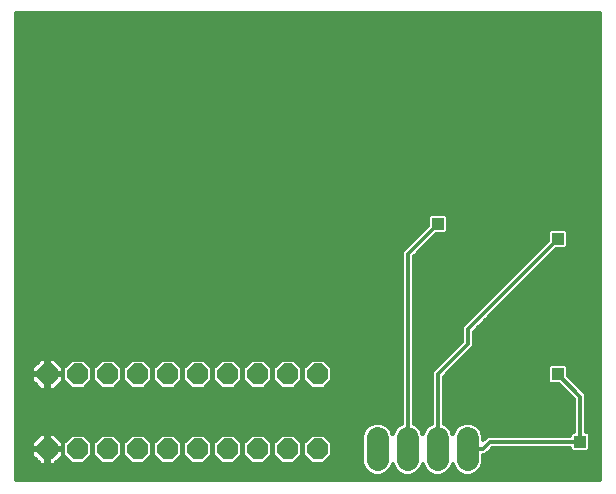
<source format=gbl>
G75*
%MOIN*%
%OFA0B0*%
%FSLAX24Y24*%
%IPPOS*%
%LPD*%
%AMOC8*
5,1,8,0,0,1.08239X$1,22.5*
%
%ADD10C,0.0740*%
%ADD11OC8,0.0700*%
%ADD12C,0.0120*%
%ADD13R,0.0396X0.0396*%
D10*
X013660Y003290D02*
X013660Y004030D01*
X014660Y004030D02*
X014660Y003290D01*
X015660Y003290D02*
X015660Y004030D01*
X016660Y004030D02*
X016660Y003290D01*
D11*
X011660Y003660D03*
X010660Y003660D03*
X009660Y003660D03*
X008660Y003660D03*
X007660Y003660D03*
X006660Y003660D03*
X005660Y003660D03*
X004660Y003660D03*
X003660Y003660D03*
X002660Y003660D03*
X002660Y006160D03*
X003660Y006160D03*
X004660Y006160D03*
X005660Y006160D03*
X006660Y006160D03*
X007660Y006160D03*
X008660Y006160D03*
X009660Y006160D03*
X010660Y006160D03*
X011660Y006160D03*
D12*
X001620Y002620D02*
X001620Y018196D01*
X021070Y018196D01*
X021070Y002620D01*
X001620Y002620D01*
X001620Y002634D02*
X021070Y002634D01*
X021070Y002753D02*
X001620Y002753D01*
X001620Y002871D02*
X013358Y002871D01*
X013371Y002858D02*
X013559Y002780D01*
X013761Y002780D01*
X013949Y002858D01*
X014092Y003001D01*
X014160Y003164D01*
X014228Y003001D01*
X014371Y002858D01*
X014559Y002780D01*
X014761Y002780D01*
X014949Y002858D01*
X015092Y003001D01*
X015160Y003164D01*
X015228Y003001D01*
X015371Y002858D01*
X015559Y002780D01*
X015761Y002780D01*
X015949Y002858D01*
X016092Y003001D01*
X016160Y003164D01*
X016228Y003001D01*
X016371Y002858D01*
X016559Y002780D01*
X016761Y002780D01*
X016949Y002858D01*
X017092Y003001D01*
X017170Y003189D01*
X017170Y003460D01*
X017243Y003460D01*
X017360Y003577D01*
X017493Y003710D01*
X020072Y003710D01*
X020072Y003654D01*
X020154Y003572D01*
X020666Y003572D01*
X020748Y003654D01*
X020748Y004166D01*
X020666Y004248D01*
X020610Y004248D01*
X020610Y005493D01*
X019998Y006105D01*
X019998Y006416D01*
X019916Y006498D01*
X019404Y006498D01*
X019322Y006416D01*
X019322Y005904D01*
X019404Y005822D01*
X019715Y005822D01*
X020210Y005327D01*
X020210Y004248D01*
X020154Y004248D01*
X020072Y004166D01*
X020072Y004110D01*
X017327Y004110D01*
X017170Y003953D01*
X017170Y004131D01*
X017092Y004319D01*
X016949Y004462D01*
X016761Y004540D01*
X016559Y004540D01*
X016371Y004462D01*
X016228Y004319D01*
X016160Y004156D01*
X016092Y004319D01*
X015949Y004462D01*
X015860Y004499D01*
X015860Y006077D01*
X016743Y006960D01*
X016860Y007077D01*
X016860Y007577D01*
X019605Y010322D01*
X019916Y010322D01*
X019998Y010404D01*
X019998Y010916D01*
X019916Y010998D01*
X019404Y010998D01*
X019322Y010916D01*
X019322Y010605D01*
X016460Y007743D01*
X016460Y007243D01*
X015460Y006243D01*
X015460Y004499D01*
X015371Y004462D01*
X015228Y004319D01*
X015160Y004156D01*
X015092Y004319D01*
X014949Y004462D01*
X014860Y004499D01*
X014860Y010077D01*
X015605Y010822D01*
X015916Y010822D01*
X015998Y010904D01*
X015998Y011416D01*
X015916Y011498D01*
X015404Y011498D01*
X015322Y011416D01*
X015322Y011105D01*
X014460Y010243D01*
X014460Y004499D01*
X014371Y004462D01*
X014228Y004319D01*
X014160Y004156D01*
X014092Y004319D01*
X013949Y004462D01*
X013761Y004540D01*
X013559Y004540D01*
X013371Y004462D01*
X013228Y004319D01*
X013150Y004131D01*
X013150Y003189D01*
X013228Y003001D01*
X013371Y002858D01*
X013239Y002990D02*
X001620Y002990D01*
X001620Y003108D02*
X013183Y003108D01*
X013150Y003227D02*
X011919Y003227D01*
X011863Y003170D02*
X012150Y003457D01*
X012150Y003863D01*
X011863Y004150D01*
X011457Y004150D01*
X011170Y003863D01*
X011170Y003457D01*
X011457Y003170D01*
X011863Y003170D01*
X012038Y003345D02*
X013150Y003345D01*
X013150Y003464D02*
X012150Y003464D01*
X012150Y003582D02*
X013150Y003582D01*
X013150Y003701D02*
X012150Y003701D01*
X012150Y003819D02*
X013150Y003819D01*
X013150Y003938D02*
X012075Y003938D01*
X011957Y004056D02*
X013150Y004056D01*
X013168Y004175D02*
X001620Y004175D01*
X001620Y004293D02*
X013217Y004293D01*
X013320Y004412D02*
X001620Y004412D01*
X001620Y004530D02*
X013534Y004530D01*
X013786Y004530D02*
X014460Y004530D01*
X014460Y004649D02*
X001620Y004649D01*
X001620Y004767D02*
X014460Y004767D01*
X014460Y004886D02*
X001620Y004886D01*
X001620Y005004D02*
X014460Y005004D01*
X014460Y005123D02*
X001620Y005123D01*
X001620Y005241D02*
X014460Y005241D01*
X014460Y005360D02*
X001620Y005360D01*
X001620Y005478D02*
X014460Y005478D01*
X014460Y005597D02*
X001620Y005597D01*
X001620Y005715D02*
X002384Y005715D01*
X002449Y005650D02*
X002150Y005949D01*
X002150Y006120D01*
X002620Y006120D01*
X002620Y006200D01*
X002620Y006670D01*
X002449Y006670D01*
X002150Y006371D01*
X002150Y006200D01*
X002620Y006200D01*
X002700Y006200D01*
X002700Y006670D01*
X002871Y006670D01*
X003170Y006371D01*
X003170Y006200D01*
X002700Y006200D01*
X002700Y006120D01*
X003170Y006120D01*
X003170Y005949D01*
X002871Y005650D01*
X002700Y005650D01*
X002700Y006120D01*
X002620Y006120D01*
X002620Y005650D01*
X002449Y005650D01*
X002620Y005715D02*
X002700Y005715D01*
X002700Y005834D02*
X002620Y005834D01*
X002620Y005952D02*
X002700Y005952D01*
X002700Y006071D02*
X002620Y006071D01*
X002620Y006189D02*
X001620Y006189D01*
X001620Y006071D02*
X002150Y006071D01*
X002150Y005952D02*
X001620Y005952D01*
X001620Y005834D02*
X002265Y005834D01*
X002150Y006308D02*
X001620Y006308D01*
X001620Y006426D02*
X002205Y006426D01*
X002323Y006545D02*
X001620Y006545D01*
X001620Y006663D02*
X002442Y006663D01*
X002620Y006663D02*
X002700Y006663D01*
X002700Y006545D02*
X002620Y006545D01*
X002620Y006426D02*
X002700Y006426D01*
X002700Y006308D02*
X002620Y006308D01*
X002700Y006189D02*
X003170Y006189D01*
X003170Y006071D02*
X003170Y006071D01*
X003170Y005957D02*
X003457Y005670D01*
X003863Y005670D01*
X004150Y005957D01*
X004150Y006363D01*
X003863Y006650D01*
X003457Y006650D01*
X003170Y006363D01*
X003170Y005957D01*
X003170Y005952D02*
X003175Y005952D01*
X003294Y005834D02*
X003055Y005834D01*
X002936Y005715D02*
X003412Y005715D01*
X003908Y005715D02*
X004412Y005715D01*
X004457Y005670D02*
X004170Y005957D01*
X004170Y006363D01*
X004457Y006650D01*
X004863Y006650D01*
X005150Y006363D01*
X005150Y005957D01*
X004863Y005670D01*
X004457Y005670D01*
X004294Y005834D02*
X004026Y005834D01*
X004145Y005952D02*
X004175Y005952D01*
X004170Y006071D02*
X004150Y006071D01*
X004150Y006189D02*
X004170Y006189D01*
X004170Y006308D02*
X004150Y006308D01*
X004087Y006426D02*
X004233Y006426D01*
X004352Y006545D02*
X003968Y006545D01*
X003352Y006545D02*
X002997Y006545D01*
X002878Y006663D02*
X014460Y006663D01*
X014460Y006545D02*
X011968Y006545D01*
X011863Y006650D02*
X011457Y006650D01*
X011170Y006363D01*
X011170Y005957D01*
X011457Y005670D01*
X011863Y005670D01*
X012150Y005957D01*
X012150Y006363D01*
X011863Y006650D01*
X012087Y006426D02*
X014460Y006426D01*
X014460Y006308D02*
X012150Y006308D01*
X012150Y006189D02*
X014460Y006189D01*
X014460Y006071D02*
X012150Y006071D01*
X012145Y005952D02*
X014460Y005952D01*
X014460Y005834D02*
X012026Y005834D01*
X011908Y005715D02*
X014460Y005715D01*
X014860Y005715D02*
X015460Y005715D01*
X015460Y005597D02*
X014860Y005597D01*
X014860Y005478D02*
X015460Y005478D01*
X015460Y005360D02*
X014860Y005360D01*
X014860Y005241D02*
X015460Y005241D01*
X015460Y005123D02*
X014860Y005123D01*
X014860Y005004D02*
X015460Y005004D01*
X015460Y004886D02*
X014860Y004886D01*
X014860Y004767D02*
X015460Y004767D01*
X015460Y004649D02*
X014860Y004649D01*
X014860Y004530D02*
X015460Y004530D01*
X015320Y004412D02*
X015000Y004412D01*
X015103Y004293D02*
X015217Y004293D01*
X015168Y004175D02*
X015152Y004175D01*
X014660Y003660D02*
X014660Y010160D01*
X015660Y011160D01*
X015998Y011166D02*
X021070Y011166D01*
X021070Y011048D02*
X015998Y011048D01*
X015998Y010929D02*
X019335Y010929D01*
X019322Y010811D02*
X015593Y010811D01*
X015475Y010692D02*
X019322Y010692D01*
X019291Y010574D02*
X015356Y010574D01*
X015238Y010455D02*
X019172Y010455D01*
X019054Y010337D02*
X015119Y010337D01*
X015001Y010218D02*
X018935Y010218D01*
X018817Y010100D02*
X014882Y010100D01*
X014860Y009981D02*
X018698Y009981D01*
X018580Y009863D02*
X014860Y009863D01*
X014860Y009744D02*
X018461Y009744D01*
X018343Y009626D02*
X014860Y009626D01*
X014860Y009507D02*
X018224Y009507D01*
X018106Y009389D02*
X014860Y009389D01*
X014860Y009270D02*
X017987Y009270D01*
X017869Y009152D02*
X014860Y009152D01*
X014860Y009033D02*
X017750Y009033D01*
X017632Y008915D02*
X014860Y008915D01*
X014860Y008796D02*
X017513Y008796D01*
X017395Y008678D02*
X014860Y008678D01*
X014860Y008559D02*
X017276Y008559D01*
X017158Y008441D02*
X014860Y008441D01*
X014860Y008322D02*
X017039Y008322D01*
X016921Y008204D02*
X014860Y008204D01*
X014860Y008085D02*
X016802Y008085D01*
X016684Y007967D02*
X014860Y007967D01*
X014860Y007848D02*
X016565Y007848D01*
X016460Y007730D02*
X014860Y007730D01*
X014860Y007611D02*
X016460Y007611D01*
X016460Y007493D02*
X014860Y007493D01*
X014860Y007374D02*
X016460Y007374D01*
X016460Y007256D02*
X014860Y007256D01*
X014860Y007137D02*
X016354Y007137D01*
X016236Y007019D02*
X014860Y007019D01*
X014860Y006900D02*
X016117Y006900D01*
X015999Y006782D02*
X014860Y006782D01*
X014860Y006663D02*
X015880Y006663D01*
X015762Y006545D02*
X014860Y006545D01*
X014860Y006426D02*
X015643Y006426D01*
X015525Y006308D02*
X014860Y006308D01*
X014860Y006189D02*
X015460Y006189D01*
X015460Y006071D02*
X014860Y006071D01*
X014860Y005952D02*
X015460Y005952D01*
X015460Y005834D02*
X014860Y005834D01*
X015660Y006160D02*
X016660Y007160D01*
X016660Y007660D01*
X019660Y010660D01*
X019998Y010692D02*
X021070Y010692D01*
X021070Y010574D02*
X019998Y010574D01*
X019998Y010455D02*
X021070Y010455D01*
X021070Y010337D02*
X019931Y010337D01*
X019501Y010218D02*
X021070Y010218D01*
X021070Y010100D02*
X019382Y010100D01*
X019264Y009981D02*
X021070Y009981D01*
X021070Y009863D02*
X019145Y009863D01*
X019027Y009744D02*
X021070Y009744D01*
X021070Y009626D02*
X018908Y009626D01*
X018790Y009507D02*
X021070Y009507D01*
X021070Y009389D02*
X018671Y009389D01*
X018553Y009270D02*
X021070Y009270D01*
X021070Y009152D02*
X018434Y009152D01*
X018316Y009033D02*
X021070Y009033D01*
X021070Y008915D02*
X018197Y008915D01*
X018079Y008796D02*
X021070Y008796D01*
X021070Y008678D02*
X017960Y008678D01*
X017842Y008559D02*
X021070Y008559D01*
X021070Y008441D02*
X017723Y008441D01*
X017605Y008322D02*
X021070Y008322D01*
X021070Y008204D02*
X017486Y008204D01*
X017368Y008085D02*
X021070Y008085D01*
X021070Y007967D02*
X017249Y007967D01*
X017131Y007848D02*
X021070Y007848D01*
X021070Y007730D02*
X017012Y007730D01*
X016894Y007611D02*
X021070Y007611D01*
X021070Y007493D02*
X016860Y007493D01*
X016860Y007374D02*
X021070Y007374D01*
X021070Y007256D02*
X016860Y007256D01*
X016860Y007137D02*
X021070Y007137D01*
X021070Y007019D02*
X016801Y007019D01*
X016683Y006900D02*
X021070Y006900D01*
X021070Y006782D02*
X016564Y006782D01*
X016446Y006663D02*
X021070Y006663D01*
X021070Y006545D02*
X016327Y006545D01*
X016209Y006426D02*
X019332Y006426D01*
X019322Y006308D02*
X016090Y006308D01*
X015972Y006189D02*
X019322Y006189D01*
X019322Y006071D02*
X015860Y006071D01*
X015860Y005952D02*
X019322Y005952D01*
X019392Y005834D02*
X015860Y005834D01*
X015860Y005715D02*
X019822Y005715D01*
X019941Y005597D02*
X015860Y005597D01*
X015860Y005478D02*
X020059Y005478D01*
X020178Y005360D02*
X015860Y005360D01*
X015860Y005241D02*
X020210Y005241D01*
X020210Y005123D02*
X015860Y005123D01*
X015860Y005004D02*
X020210Y005004D01*
X020210Y004886D02*
X015860Y004886D01*
X015860Y004767D02*
X020210Y004767D01*
X020210Y004649D02*
X015860Y004649D01*
X015860Y004530D02*
X016534Y004530D01*
X016320Y004412D02*
X016000Y004412D01*
X016103Y004293D02*
X016217Y004293D01*
X016168Y004175D02*
X016152Y004175D01*
X016786Y004530D02*
X020210Y004530D01*
X020210Y004412D02*
X017000Y004412D01*
X017103Y004293D02*
X020210Y004293D01*
X020080Y004175D02*
X017152Y004175D01*
X017170Y004056D02*
X017273Y004056D01*
X017410Y003910D02*
X017160Y003660D01*
X016660Y003660D01*
X017170Y003345D02*
X021070Y003345D01*
X021070Y003227D02*
X017170Y003227D01*
X017137Y003108D02*
X021070Y003108D01*
X021070Y002990D02*
X017081Y002990D01*
X016962Y002871D02*
X021070Y002871D01*
X021070Y003464D02*
X017246Y003464D01*
X017365Y003582D02*
X020144Y003582D01*
X020072Y003701D02*
X017483Y003701D01*
X017410Y003910D02*
X020410Y003910D01*
X020410Y005410D01*
X019660Y006160D01*
X019998Y006189D02*
X021070Y006189D01*
X021070Y006071D02*
X020032Y006071D01*
X020151Y005952D02*
X021070Y005952D01*
X021070Y005834D02*
X020269Y005834D01*
X020388Y005715D02*
X021070Y005715D01*
X021070Y005597D02*
X020506Y005597D01*
X020610Y005478D02*
X021070Y005478D01*
X021070Y005360D02*
X020610Y005360D01*
X020610Y005241D02*
X021070Y005241D01*
X021070Y005123D02*
X020610Y005123D01*
X020610Y005004D02*
X021070Y005004D01*
X021070Y004886D02*
X020610Y004886D01*
X020610Y004767D02*
X021070Y004767D01*
X021070Y004649D02*
X020610Y004649D01*
X020610Y004530D02*
X021070Y004530D01*
X021070Y004412D02*
X020610Y004412D01*
X020610Y004293D02*
X021070Y004293D01*
X021070Y004175D02*
X020740Y004175D01*
X020748Y004056D02*
X021070Y004056D01*
X021070Y003938D02*
X020748Y003938D01*
X020748Y003819D02*
X021070Y003819D01*
X021070Y003701D02*
X020748Y003701D01*
X020676Y003582D02*
X021070Y003582D01*
X021070Y006308D02*
X019998Y006308D01*
X019988Y006426D02*
X021070Y006426D01*
X016358Y002871D02*
X015962Y002871D01*
X016081Y002990D02*
X016239Y002990D01*
X016183Y003108D02*
X016137Y003108D01*
X015660Y003660D02*
X015660Y006160D01*
X014460Y006782D02*
X001620Y006782D01*
X001620Y006900D02*
X014460Y006900D01*
X014460Y007019D02*
X001620Y007019D01*
X001620Y007137D02*
X014460Y007137D01*
X014460Y007256D02*
X001620Y007256D01*
X001620Y007374D02*
X014460Y007374D01*
X014460Y007493D02*
X001620Y007493D01*
X001620Y007611D02*
X014460Y007611D01*
X014460Y007730D02*
X001620Y007730D01*
X001620Y007848D02*
X014460Y007848D01*
X014460Y007967D02*
X001620Y007967D01*
X001620Y008085D02*
X014460Y008085D01*
X014460Y008204D02*
X001620Y008204D01*
X001620Y008322D02*
X014460Y008322D01*
X014460Y008441D02*
X001620Y008441D01*
X001620Y008559D02*
X014460Y008559D01*
X014460Y008678D02*
X001620Y008678D01*
X001620Y008796D02*
X014460Y008796D01*
X014460Y008915D02*
X001620Y008915D01*
X001620Y009033D02*
X014460Y009033D01*
X014460Y009152D02*
X001620Y009152D01*
X001620Y009270D02*
X014460Y009270D01*
X014460Y009389D02*
X001620Y009389D01*
X001620Y009507D02*
X014460Y009507D01*
X014460Y009626D02*
X001620Y009626D01*
X001620Y009744D02*
X014460Y009744D01*
X014460Y009863D02*
X001620Y009863D01*
X001620Y009981D02*
X014460Y009981D01*
X014460Y010100D02*
X001620Y010100D01*
X001620Y010218D02*
X014460Y010218D01*
X014554Y010337D02*
X001620Y010337D01*
X001620Y010455D02*
X014672Y010455D01*
X014791Y010574D02*
X001620Y010574D01*
X001620Y010692D02*
X014909Y010692D01*
X015028Y010811D02*
X001620Y010811D01*
X001620Y010929D02*
X015146Y010929D01*
X015265Y011048D02*
X001620Y011048D01*
X001620Y011166D02*
X015322Y011166D01*
X015322Y011285D02*
X001620Y011285D01*
X001620Y011403D02*
X015322Y011403D01*
X015998Y011403D02*
X021070Y011403D01*
X021070Y011285D02*
X015998Y011285D01*
X019985Y010929D02*
X021070Y010929D01*
X021070Y010811D02*
X019998Y010811D01*
X021070Y011522D02*
X001620Y011522D01*
X001620Y011640D02*
X021070Y011640D01*
X021070Y011759D02*
X001620Y011759D01*
X001620Y011877D02*
X021070Y011877D01*
X021070Y011996D02*
X001620Y011996D01*
X001620Y012114D02*
X021070Y012114D01*
X021070Y012233D02*
X001620Y012233D01*
X001620Y012351D02*
X021070Y012351D01*
X021070Y012470D02*
X001620Y012470D01*
X001620Y012588D02*
X021070Y012588D01*
X021070Y012707D02*
X001620Y012707D01*
X001620Y012825D02*
X021070Y012825D01*
X021070Y012944D02*
X001620Y012944D01*
X001620Y013062D02*
X021070Y013062D01*
X021070Y013181D02*
X001620Y013181D01*
X001620Y013299D02*
X021070Y013299D01*
X021070Y013418D02*
X001620Y013418D01*
X001620Y013536D02*
X021070Y013536D01*
X021070Y013655D02*
X001620Y013655D01*
X001620Y013773D02*
X021070Y013773D01*
X021070Y013892D02*
X001620Y013892D01*
X001620Y014010D02*
X021070Y014010D01*
X021070Y014129D02*
X001620Y014129D01*
X001620Y014247D02*
X021070Y014247D01*
X021070Y014366D02*
X001620Y014366D01*
X001620Y014484D02*
X021070Y014484D01*
X021070Y014603D02*
X001620Y014603D01*
X001620Y014721D02*
X021070Y014721D01*
X021070Y014840D02*
X001620Y014840D01*
X001620Y014958D02*
X021070Y014958D01*
X021070Y015077D02*
X001620Y015077D01*
X001620Y015195D02*
X021070Y015195D01*
X021070Y015314D02*
X001620Y015314D01*
X001620Y015432D02*
X021070Y015432D01*
X021070Y015551D02*
X001620Y015551D01*
X001620Y015669D02*
X021070Y015669D01*
X021070Y015788D02*
X001620Y015788D01*
X001620Y015906D02*
X021070Y015906D01*
X021070Y016025D02*
X001620Y016025D01*
X001620Y016143D02*
X021070Y016143D01*
X021070Y016262D02*
X001620Y016262D01*
X001620Y016380D02*
X021070Y016380D01*
X021070Y016499D02*
X001620Y016499D01*
X001620Y016617D02*
X021070Y016617D01*
X021070Y016736D02*
X001620Y016736D01*
X001620Y016854D02*
X021070Y016854D01*
X021070Y016973D02*
X001620Y016973D01*
X001620Y017091D02*
X021070Y017091D01*
X021070Y017210D02*
X001620Y017210D01*
X001620Y017328D02*
X021070Y017328D01*
X021070Y017447D02*
X001620Y017447D01*
X001620Y017565D02*
X021070Y017565D01*
X021070Y017684D02*
X001620Y017684D01*
X001620Y017802D02*
X021070Y017802D01*
X021070Y017921D02*
X001620Y017921D01*
X001620Y018039D02*
X021070Y018039D01*
X021070Y018158D02*
X001620Y018158D01*
X014660Y016160D02*
X014660Y015660D01*
X018660Y015660D02*
X018660Y016160D01*
X010863Y006650D02*
X010457Y006650D01*
X010170Y006363D01*
X010170Y005957D01*
X010457Y005670D01*
X010863Y005670D01*
X011150Y005957D01*
X011150Y006363D01*
X010863Y006650D01*
X010968Y006545D02*
X011352Y006545D01*
X011233Y006426D02*
X011087Y006426D01*
X011150Y006308D02*
X011170Y006308D01*
X011170Y006189D02*
X011150Y006189D01*
X011150Y006071D02*
X011170Y006071D01*
X011175Y005952D02*
X011145Y005952D01*
X011026Y005834D02*
X011294Y005834D01*
X011412Y005715D02*
X010908Y005715D01*
X010412Y005715D02*
X009908Y005715D01*
X009863Y005670D02*
X010150Y005957D01*
X010150Y006363D01*
X009863Y006650D01*
X009457Y006650D01*
X009170Y006363D01*
X009170Y005957D01*
X009457Y005670D01*
X009863Y005670D01*
X010026Y005834D02*
X010294Y005834D01*
X010175Y005952D02*
X010145Y005952D01*
X010150Y006071D02*
X010170Y006071D01*
X010170Y006189D02*
X010150Y006189D01*
X010150Y006308D02*
X010170Y006308D01*
X010233Y006426D02*
X010087Y006426D01*
X009968Y006545D02*
X010352Y006545D01*
X009352Y006545D02*
X008968Y006545D01*
X008863Y006650D02*
X008457Y006650D01*
X008170Y006363D01*
X008170Y005957D01*
X008457Y005670D01*
X008863Y005670D01*
X009150Y005957D01*
X009150Y006363D01*
X008863Y006650D01*
X009087Y006426D02*
X009233Y006426D01*
X009170Y006308D02*
X009150Y006308D01*
X009150Y006189D02*
X009170Y006189D01*
X009170Y006071D02*
X009150Y006071D01*
X009145Y005952D02*
X009175Y005952D01*
X009294Y005834D02*
X009026Y005834D01*
X008908Y005715D02*
X009412Y005715D01*
X008412Y005715D02*
X007908Y005715D01*
X007863Y005670D02*
X008150Y005957D01*
X008150Y006363D01*
X007863Y006650D01*
X007457Y006650D01*
X007170Y006363D01*
X007170Y005957D01*
X007457Y005670D01*
X007863Y005670D01*
X008026Y005834D02*
X008294Y005834D01*
X008175Y005952D02*
X008145Y005952D01*
X008150Y006071D02*
X008170Y006071D01*
X008170Y006189D02*
X008150Y006189D01*
X008150Y006308D02*
X008170Y006308D01*
X008233Y006426D02*
X008087Y006426D01*
X007968Y006545D02*
X008352Y006545D01*
X007352Y006545D02*
X006968Y006545D01*
X006863Y006650D02*
X006457Y006650D01*
X006170Y006363D01*
X006170Y005957D01*
X006457Y005670D01*
X006863Y005670D01*
X007150Y005957D01*
X007150Y006363D01*
X006863Y006650D01*
X007087Y006426D02*
X007233Y006426D01*
X007170Y006308D02*
X007150Y006308D01*
X007150Y006189D02*
X007170Y006189D01*
X007170Y006071D02*
X007150Y006071D01*
X007145Y005952D02*
X007175Y005952D01*
X007294Y005834D02*
X007026Y005834D01*
X006908Y005715D02*
X007412Y005715D01*
X006412Y005715D02*
X005908Y005715D01*
X005863Y005670D02*
X006150Y005957D01*
X006150Y006363D01*
X005863Y006650D01*
X005457Y006650D01*
X005170Y006363D01*
X005170Y005957D01*
X005457Y005670D01*
X005863Y005670D01*
X006026Y005834D02*
X006294Y005834D01*
X006175Y005952D02*
X006145Y005952D01*
X006150Y006071D02*
X006170Y006071D01*
X006170Y006189D02*
X006150Y006189D01*
X006150Y006308D02*
X006170Y006308D01*
X006233Y006426D02*
X006087Y006426D01*
X005968Y006545D02*
X006352Y006545D01*
X005412Y005715D02*
X004908Y005715D01*
X005026Y005834D02*
X005294Y005834D01*
X005175Y005952D02*
X005145Y005952D01*
X005150Y006071D02*
X005170Y006071D01*
X005170Y006189D02*
X005150Y006189D01*
X005150Y006308D02*
X005170Y006308D01*
X005233Y006426D02*
X005087Y006426D01*
X004968Y006545D02*
X005352Y006545D01*
X003233Y006426D02*
X003115Y006426D01*
X003170Y006308D02*
X003170Y006308D01*
X002871Y004170D02*
X002700Y004170D01*
X002700Y003700D01*
X002620Y003700D01*
X002620Y004170D01*
X002449Y004170D01*
X002150Y003871D01*
X002150Y003700D01*
X002620Y003700D01*
X002620Y003620D01*
X002150Y003620D01*
X002150Y003449D01*
X002449Y003150D01*
X002620Y003150D01*
X002620Y003620D01*
X002700Y003620D01*
X002700Y003700D01*
X003170Y003700D01*
X003170Y003871D01*
X002871Y004170D01*
X002985Y004056D02*
X003363Y004056D01*
X003457Y004150D02*
X003170Y003863D01*
X003170Y003457D01*
X003457Y003170D01*
X003863Y003170D01*
X004150Y003457D01*
X004150Y003863D01*
X003863Y004150D01*
X003457Y004150D01*
X003245Y003938D02*
X003104Y003938D01*
X003170Y003819D02*
X003170Y003819D01*
X003170Y003701D02*
X003170Y003701D01*
X003170Y003620D02*
X002700Y003620D01*
X002700Y003150D01*
X002871Y003150D01*
X003170Y003449D01*
X003170Y003620D01*
X003170Y003582D02*
X003170Y003582D01*
X003170Y003464D02*
X003170Y003464D01*
X003066Y003345D02*
X003282Y003345D01*
X003401Y003227D02*
X002948Y003227D01*
X002700Y003227D02*
X002620Y003227D01*
X002620Y003345D02*
X002700Y003345D01*
X002700Y003464D02*
X002620Y003464D01*
X002620Y003582D02*
X002700Y003582D01*
X002700Y003701D02*
X002620Y003701D01*
X002620Y003819D02*
X002700Y003819D01*
X002700Y003938D02*
X002620Y003938D01*
X002620Y004056D02*
X002700Y004056D01*
X002335Y004056D02*
X001620Y004056D01*
X001620Y003938D02*
X002216Y003938D01*
X002150Y003819D02*
X001620Y003819D01*
X001620Y003701D02*
X002150Y003701D01*
X002150Y003582D02*
X001620Y003582D01*
X001620Y003464D02*
X002150Y003464D01*
X002254Y003345D02*
X001620Y003345D01*
X001620Y003227D02*
X002372Y003227D01*
X003919Y003227D02*
X004401Y003227D01*
X004457Y003170D02*
X004170Y003457D01*
X004170Y003863D01*
X004457Y004150D01*
X004863Y004150D01*
X005150Y003863D01*
X005150Y003457D01*
X004863Y003170D01*
X004457Y003170D01*
X004282Y003345D02*
X004038Y003345D01*
X004150Y003464D02*
X004170Y003464D01*
X004170Y003582D02*
X004150Y003582D01*
X004150Y003701D02*
X004170Y003701D01*
X004170Y003819D02*
X004150Y003819D01*
X004075Y003938D02*
X004245Y003938D01*
X004363Y004056D02*
X003957Y004056D01*
X004957Y004056D02*
X005363Y004056D01*
X005457Y004150D02*
X005170Y003863D01*
X005170Y003457D01*
X005457Y003170D01*
X005863Y003170D01*
X006150Y003457D01*
X006150Y003863D01*
X005863Y004150D01*
X005457Y004150D01*
X005245Y003938D02*
X005075Y003938D01*
X005150Y003819D02*
X005170Y003819D01*
X005170Y003701D02*
X005150Y003701D01*
X005150Y003582D02*
X005170Y003582D01*
X005170Y003464D02*
X005150Y003464D01*
X005038Y003345D02*
X005282Y003345D01*
X005401Y003227D02*
X004919Y003227D01*
X005919Y003227D02*
X006401Y003227D01*
X006457Y003170D02*
X006863Y003170D01*
X007150Y003457D01*
X007150Y003863D01*
X006863Y004150D01*
X006457Y004150D01*
X006170Y003863D01*
X006170Y003457D01*
X006457Y003170D01*
X006282Y003345D02*
X006038Y003345D01*
X006150Y003464D02*
X006170Y003464D01*
X006170Y003582D02*
X006150Y003582D01*
X006150Y003701D02*
X006170Y003701D01*
X006170Y003819D02*
X006150Y003819D01*
X006075Y003938D02*
X006245Y003938D01*
X006363Y004056D02*
X005957Y004056D01*
X006957Y004056D02*
X007363Y004056D01*
X007457Y004150D02*
X007170Y003863D01*
X007170Y003457D01*
X007457Y003170D01*
X007863Y003170D01*
X008150Y003457D01*
X008150Y003863D01*
X007863Y004150D01*
X007457Y004150D01*
X007245Y003938D02*
X007075Y003938D01*
X007150Y003819D02*
X007170Y003819D01*
X007170Y003701D02*
X007150Y003701D01*
X007150Y003582D02*
X007170Y003582D01*
X007170Y003464D02*
X007150Y003464D01*
X007038Y003345D02*
X007282Y003345D01*
X007401Y003227D02*
X006919Y003227D01*
X007919Y003227D02*
X008401Y003227D01*
X008457Y003170D02*
X008863Y003170D01*
X009150Y003457D01*
X009150Y003863D01*
X008863Y004150D01*
X008457Y004150D01*
X008170Y003863D01*
X008170Y003457D01*
X008457Y003170D01*
X008282Y003345D02*
X008038Y003345D01*
X008150Y003464D02*
X008170Y003464D01*
X008170Y003582D02*
X008150Y003582D01*
X008150Y003701D02*
X008170Y003701D01*
X008170Y003819D02*
X008150Y003819D01*
X008075Y003938D02*
X008245Y003938D01*
X008363Y004056D02*
X007957Y004056D01*
X008957Y004056D02*
X009363Y004056D01*
X009457Y004150D02*
X009170Y003863D01*
X009170Y003457D01*
X009457Y003170D01*
X009863Y003170D01*
X010150Y003457D01*
X010150Y003863D01*
X009863Y004150D01*
X009457Y004150D01*
X009245Y003938D02*
X009075Y003938D01*
X009150Y003819D02*
X009170Y003819D01*
X009170Y003701D02*
X009150Y003701D01*
X009150Y003582D02*
X009170Y003582D01*
X009170Y003464D02*
X009150Y003464D01*
X009038Y003345D02*
X009282Y003345D01*
X009401Y003227D02*
X008919Y003227D01*
X009919Y003227D02*
X010401Y003227D01*
X010457Y003170D02*
X010863Y003170D01*
X011150Y003457D01*
X011150Y003863D01*
X010863Y004150D01*
X010457Y004150D01*
X010170Y003863D01*
X010170Y003457D01*
X010457Y003170D01*
X010282Y003345D02*
X010038Y003345D01*
X010150Y003464D02*
X010170Y003464D01*
X010170Y003582D02*
X010150Y003582D01*
X010150Y003701D02*
X010170Y003701D01*
X010170Y003819D02*
X010150Y003819D01*
X010075Y003938D02*
X010245Y003938D01*
X010363Y004056D02*
X009957Y004056D01*
X010957Y004056D02*
X011363Y004056D01*
X011245Y003938D02*
X011075Y003938D01*
X011150Y003819D02*
X011170Y003819D01*
X011170Y003701D02*
X011150Y003701D01*
X011150Y003582D02*
X011170Y003582D01*
X011170Y003464D02*
X011150Y003464D01*
X011038Y003345D02*
X011282Y003345D01*
X011401Y003227D02*
X010919Y003227D01*
X013962Y002871D02*
X014358Y002871D01*
X014239Y002990D02*
X014081Y002990D01*
X014137Y003108D02*
X014183Y003108D01*
X014962Y002871D02*
X015358Y002871D01*
X015239Y002990D02*
X015081Y002990D01*
X015137Y003108D02*
X015183Y003108D01*
X014168Y004175D02*
X014152Y004175D01*
X014103Y004293D02*
X014217Y004293D01*
X014320Y004412D02*
X014000Y004412D01*
D13*
X014660Y003660D03*
X019660Y006160D03*
X020410Y003910D03*
X019660Y010660D03*
X015660Y011160D03*
X014660Y015660D03*
X018660Y015660D03*
M02*

</source>
